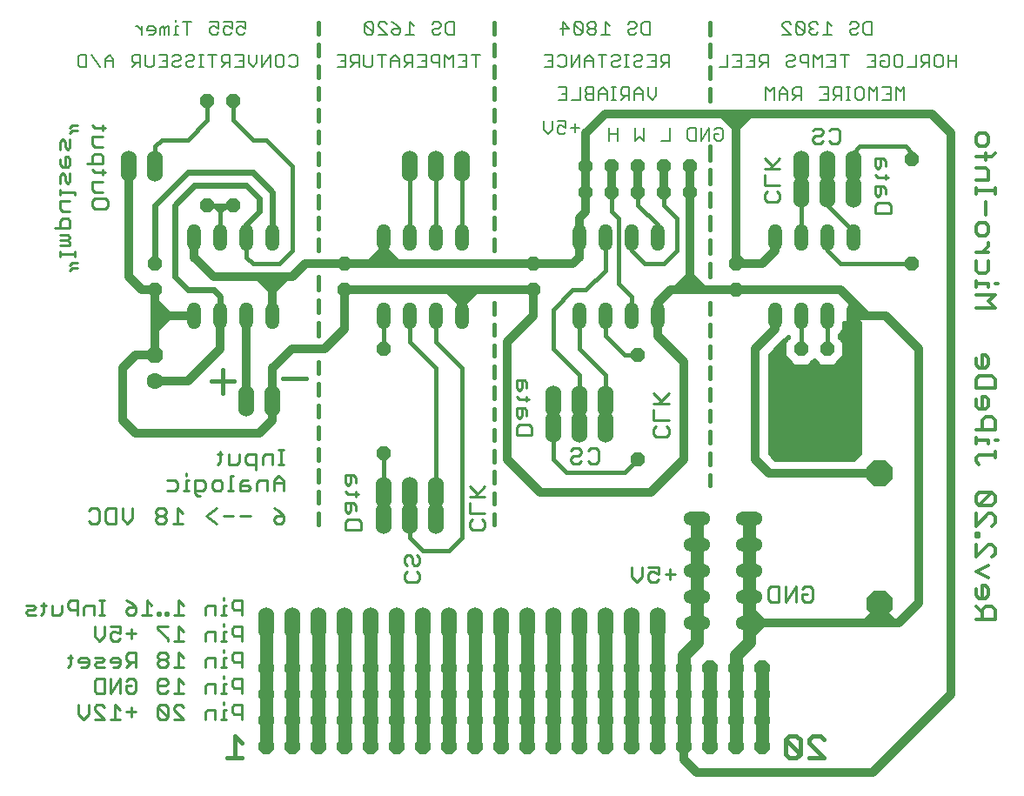
<source format=gbr>
G75*
G70*
%OFA0B0*%
%FSLAX24Y24*%
%IPPOS*%
%LPD*%
%AMOC8*
5,1,8,0,0,1.08239X$1,22.5*
%
%ADD10C,0.0150*%
%ADD11C,0.0100*%
%ADD12C,0.0130*%
%ADD13C,0.0110*%
%ADD14C,0.0180*%
%ADD15C,0.0080*%
%ADD16C,0.0070*%
%ADD17OC8,0.0600*%
%ADD18O,0.0600X0.1200*%
%ADD19OC8,0.0520*%
%ADD20OC8,0.1000*%
%ADD21C,0.0560*%
%ADD22OC8,0.0560*%
%ADD23O,0.0520X0.1040*%
%ADD24O,0.1040X0.0520*%
%ADD25OC8,0.0630*%
%ADD26C,0.0630*%
%ADD27C,0.0500*%
%ADD28C,0.0320*%
%ADD29C,0.0160*%
%ADD30C,0.0480*%
%ADD31C,0.0240*%
D10*
X008930Y003663D02*
X009497Y003663D01*
X009213Y003663D02*
X009213Y004514D01*
X009497Y004230D01*
X030305Y004372D02*
X030305Y003805D01*
X030447Y003663D01*
X030730Y003663D01*
X030872Y003805D01*
X030305Y004372D01*
X030447Y004514D01*
X030730Y004514D01*
X030872Y004372D01*
X030872Y003805D01*
X031226Y003663D02*
X031793Y003663D01*
X031226Y004230D01*
X031226Y004372D01*
X031367Y004514D01*
X031651Y004514D01*
X031793Y004372D01*
D11*
X003415Y005138D02*
X003228Y005325D01*
X003228Y005699D01*
X003602Y005699D02*
X003602Y005325D01*
X003415Y005138D01*
X003836Y005138D02*
X004209Y005138D01*
X003836Y005512D01*
X003836Y005605D01*
X003929Y005699D01*
X004116Y005699D01*
X004209Y005605D01*
X004630Y005699D02*
X004630Y005138D01*
X004817Y005138D02*
X004443Y005138D01*
X004817Y005512D02*
X004630Y005699D01*
X005051Y005419D02*
X005425Y005419D01*
X005238Y005605D02*
X005238Y005232D01*
X006267Y005232D02*
X006360Y005138D01*
X006547Y005138D01*
X006640Y005232D01*
X006267Y005605D01*
X006267Y005232D01*
X006640Y005232D02*
X006640Y005605D01*
X006547Y005699D01*
X006360Y005699D01*
X006267Y005605D01*
X006360Y006138D02*
X006267Y006232D01*
X006267Y006605D01*
X006360Y006699D01*
X006547Y006699D01*
X006640Y006605D01*
X006640Y006512D01*
X006547Y006419D01*
X006267Y006419D01*
X006360Y006138D02*
X006547Y006138D01*
X006640Y006232D01*
X006874Y006138D02*
X007248Y006138D01*
X007061Y006138D02*
X007061Y006699D01*
X007248Y006512D01*
X007248Y007138D02*
X006874Y007138D01*
X007061Y007138D02*
X007061Y007699D01*
X007248Y007512D01*
X006640Y007512D02*
X006640Y007605D01*
X006547Y007699D01*
X006360Y007699D01*
X006267Y007605D01*
X006267Y007512D01*
X006360Y007419D01*
X006547Y007419D01*
X006640Y007512D01*
X006547Y007419D02*
X006640Y007325D01*
X006640Y007232D01*
X006547Y007138D01*
X006360Y007138D01*
X006267Y007232D01*
X006267Y007325D01*
X006360Y007419D01*
X006640Y008138D02*
X006640Y008232D01*
X006267Y008605D01*
X006267Y008699D01*
X006640Y008699D01*
X007061Y008699D02*
X007061Y008138D01*
X007248Y008138D02*
X006874Y008138D01*
X007248Y008512D02*
X007061Y008699D01*
X007061Y009138D02*
X007061Y009699D01*
X007248Y009512D01*
X007248Y009138D02*
X006874Y009138D01*
X006640Y009138D02*
X006547Y009138D01*
X006547Y009232D01*
X006640Y009232D01*
X006640Y009138D01*
X006336Y009138D02*
X006243Y009138D01*
X006243Y009232D01*
X006336Y009232D01*
X006336Y009138D01*
X006032Y009138D02*
X005659Y009138D01*
X005846Y009138D02*
X005846Y009699D01*
X006032Y009512D01*
X005425Y009419D02*
X005425Y009232D01*
X005331Y009138D01*
X005145Y009138D01*
X005051Y009232D01*
X005051Y009325D01*
X005145Y009419D01*
X005425Y009419D01*
X005238Y009605D01*
X005051Y009699D01*
X004209Y009699D02*
X004023Y009699D01*
X004116Y009699D02*
X004116Y009138D01*
X004209Y009138D02*
X004023Y009138D01*
X003804Y009138D02*
X003804Y009512D01*
X003524Y009512D01*
X003431Y009419D01*
X003431Y009138D01*
X003196Y009138D02*
X003196Y009699D01*
X002916Y009699D01*
X002823Y009605D01*
X002823Y009419D01*
X002916Y009325D01*
X003196Y009325D01*
X002589Y009232D02*
X002495Y009138D01*
X002215Y009138D01*
X002215Y009512D01*
X001981Y009512D02*
X001794Y009512D01*
X001888Y009605D02*
X001888Y009232D01*
X001794Y009138D01*
X001576Y009138D02*
X001296Y009138D01*
X001202Y009232D01*
X001296Y009325D01*
X001483Y009325D01*
X001576Y009419D01*
X001483Y009512D01*
X001202Y009512D01*
X002589Y009512D02*
X002589Y009232D01*
X003836Y008699D02*
X003836Y008325D01*
X004023Y008138D01*
X004209Y008325D01*
X004209Y008699D01*
X004443Y008699D02*
X004817Y008699D01*
X004817Y008419D01*
X004630Y008512D01*
X004537Y008512D01*
X004443Y008419D01*
X004443Y008232D01*
X004537Y008138D01*
X004724Y008138D01*
X004817Y008232D01*
X005051Y008419D02*
X005425Y008419D01*
X005238Y008605D02*
X005238Y008232D01*
X005145Y007699D02*
X005051Y007605D01*
X005051Y007419D01*
X005145Y007325D01*
X005425Y007325D01*
X005425Y007138D02*
X005425Y007699D01*
X005145Y007699D01*
X005238Y007325D02*
X005051Y007138D01*
X004817Y007232D02*
X004817Y007419D01*
X004724Y007512D01*
X004537Y007512D01*
X004443Y007419D01*
X004443Y007325D01*
X004817Y007325D01*
X004817Y007232D02*
X004724Y007138D01*
X004537Y007138D01*
X004209Y007138D02*
X003929Y007138D01*
X003836Y007232D01*
X003929Y007325D01*
X004116Y007325D01*
X004209Y007419D01*
X004116Y007512D01*
X003836Y007512D01*
X003602Y007419D02*
X003508Y007512D01*
X003321Y007512D01*
X003228Y007419D01*
X003228Y007325D01*
X003602Y007325D01*
X003602Y007232D02*
X003602Y007419D01*
X003602Y007232D02*
X003508Y007138D01*
X003321Y007138D01*
X002901Y007232D02*
X002901Y007605D01*
X002994Y007512D02*
X002807Y007512D01*
X002901Y007232D02*
X002807Y007138D01*
X003836Y006605D02*
X003929Y006699D01*
X004209Y006699D01*
X004209Y006138D01*
X003929Y006138D01*
X003836Y006232D01*
X003836Y006605D01*
X004443Y006699D02*
X004443Y006138D01*
X004817Y006699D01*
X004817Y006138D01*
X005051Y006232D02*
X005051Y006419D01*
X005238Y006419D01*
X005425Y006605D02*
X005425Y006232D01*
X005331Y006138D01*
X005145Y006138D01*
X005051Y006232D01*
X005051Y006605D02*
X005145Y006699D01*
X005331Y006699D01*
X005425Y006605D01*
X006874Y005605D02*
X006968Y005699D01*
X007155Y005699D01*
X007248Y005605D01*
X006874Y005605D02*
X006874Y005512D01*
X007248Y005138D01*
X006874Y005138D01*
X008090Y005138D02*
X008090Y005419D01*
X008183Y005512D01*
X008463Y005512D01*
X008463Y005138D01*
X008682Y005138D02*
X008868Y005138D01*
X008775Y005138D02*
X008775Y005512D01*
X008868Y005512D01*
X008775Y005699D02*
X008775Y005792D01*
X008775Y006138D02*
X008775Y006512D01*
X008868Y006512D01*
X008775Y006699D02*
X008775Y006792D01*
X008775Y007138D02*
X008775Y007512D01*
X008868Y007512D01*
X008775Y007699D02*
X008775Y007792D01*
X008775Y008138D02*
X008775Y008512D01*
X008868Y008512D01*
X008775Y008699D02*
X008775Y008792D01*
X008775Y009138D02*
X008775Y009512D01*
X008868Y009512D01*
X008775Y009699D02*
X008775Y009792D01*
X009103Y009605D02*
X009103Y009419D01*
X009196Y009325D01*
X009476Y009325D01*
X009476Y009138D02*
X009476Y009699D01*
X009196Y009699D01*
X009103Y009605D01*
X008868Y009138D02*
X008682Y009138D01*
X008463Y009138D02*
X008463Y009512D01*
X008183Y009512D01*
X008090Y009419D01*
X008090Y009138D01*
X008183Y008512D02*
X008090Y008419D01*
X008090Y008138D01*
X008463Y008138D02*
X008463Y008512D01*
X008183Y008512D01*
X008682Y008138D02*
X008868Y008138D01*
X009103Y008419D02*
X009196Y008325D01*
X009476Y008325D01*
X009476Y008138D02*
X009476Y008699D01*
X009196Y008699D01*
X009103Y008605D01*
X009103Y008419D01*
X009196Y007699D02*
X009103Y007605D01*
X009103Y007419D01*
X009196Y007325D01*
X009476Y007325D01*
X009476Y007138D02*
X009476Y007699D01*
X009196Y007699D01*
X008868Y007138D02*
X008682Y007138D01*
X008463Y007138D02*
X008463Y007512D01*
X008183Y007512D01*
X008090Y007419D01*
X008090Y007138D01*
X008183Y006512D02*
X008090Y006419D01*
X008090Y006138D01*
X008463Y006138D02*
X008463Y006512D01*
X008183Y006512D01*
X008682Y006138D02*
X008868Y006138D01*
X009103Y006419D02*
X009196Y006325D01*
X009476Y006325D01*
X009476Y006138D02*
X009476Y006699D01*
X009196Y006699D01*
X009103Y006605D01*
X009103Y006419D01*
X009196Y005699D02*
X009103Y005605D01*
X009103Y005419D01*
X009196Y005325D01*
X009476Y005325D01*
X009476Y005138D02*
X009476Y005699D01*
X009196Y005699D01*
D12*
X037606Y008977D02*
X038337Y008977D01*
X038337Y009342D01*
X038215Y009464D01*
X037971Y009464D01*
X037850Y009342D01*
X037850Y008977D01*
X037850Y009220D02*
X037606Y009464D01*
X037728Y009769D02*
X037606Y009890D01*
X037606Y010134D01*
X037850Y010256D02*
X037850Y009769D01*
X037971Y009769D02*
X038093Y009890D01*
X038093Y010134D01*
X037971Y010256D01*
X037850Y010256D01*
X038093Y010561D02*
X037606Y010804D01*
X038093Y011048D01*
X038215Y011352D02*
X038337Y011474D01*
X038337Y011718D01*
X038215Y011839D01*
X038093Y011839D01*
X037606Y011352D01*
X037606Y011839D01*
X037606Y012144D02*
X037606Y012266D01*
X037728Y012266D01*
X037728Y012144D01*
X037606Y012144D01*
X037606Y012540D02*
X038093Y013027D01*
X038215Y013027D01*
X038337Y012905D01*
X038337Y012662D01*
X038215Y012540D01*
X037606Y012540D02*
X037606Y013027D01*
X037728Y013332D02*
X038215Y013819D01*
X037728Y013819D01*
X037606Y013697D01*
X037606Y013454D01*
X037728Y013332D01*
X038215Y013332D01*
X038337Y013454D01*
X038337Y013697D01*
X038215Y013819D01*
X037728Y014916D02*
X037606Y015037D01*
X037606Y015159D01*
X037728Y015281D01*
X038337Y015281D01*
X038337Y015159D02*
X038337Y015403D01*
X038093Y015708D02*
X038093Y015829D01*
X037606Y015829D01*
X037606Y015708D02*
X037606Y015951D01*
X037606Y016236D02*
X038337Y016236D01*
X038337Y016601D01*
X038215Y016723D01*
X037971Y016723D01*
X037850Y016601D01*
X037850Y016236D01*
X038337Y015829D02*
X038459Y015829D01*
X037971Y017027D02*
X038093Y017149D01*
X038093Y017393D01*
X037971Y017514D01*
X037850Y017514D01*
X037850Y017027D01*
X037971Y017027D02*
X037728Y017027D01*
X037606Y017149D01*
X037606Y017393D01*
X037606Y017819D02*
X037606Y018184D01*
X037728Y018306D01*
X038215Y018306D01*
X038337Y018184D01*
X038337Y017819D01*
X037606Y017819D01*
X037728Y018611D02*
X037606Y018733D01*
X037606Y018976D01*
X037850Y019098D02*
X037850Y018611D01*
X037971Y018611D02*
X038093Y018733D01*
X038093Y018976D01*
X037971Y019098D01*
X037850Y019098D01*
X037971Y018611D02*
X037728Y018611D01*
X037606Y020908D02*
X038337Y020908D01*
X038093Y021152D01*
X038337Y021395D01*
X037606Y021395D01*
X037606Y021700D02*
X037606Y021944D01*
X037606Y021822D02*
X038093Y021822D01*
X038093Y021700D01*
X038337Y021822D02*
X038459Y021822D01*
X037971Y022228D02*
X037728Y022228D01*
X037606Y022350D01*
X037606Y022715D01*
X037606Y023020D02*
X038093Y023020D01*
X037850Y023020D02*
X038093Y023264D01*
X038093Y023385D01*
X037971Y023680D02*
X037728Y023680D01*
X037606Y023802D01*
X037606Y024045D01*
X037728Y024167D01*
X037971Y024167D01*
X038093Y024045D01*
X038093Y023802D01*
X037971Y023680D01*
X037971Y024472D02*
X037971Y024959D01*
X037606Y025264D02*
X037606Y025507D01*
X037606Y025385D02*
X038337Y025385D01*
X038337Y025264D02*
X038337Y025507D01*
X038093Y025791D02*
X038093Y026157D01*
X037971Y026279D01*
X037606Y026279D01*
X037606Y026705D02*
X038215Y026705D01*
X038337Y026827D01*
X037971Y026827D02*
X037971Y026583D01*
X037971Y027111D02*
X037728Y027111D01*
X037606Y027233D01*
X037606Y027477D01*
X037728Y027598D01*
X037971Y027598D01*
X038093Y027477D01*
X038093Y027233D01*
X037971Y027111D01*
X038093Y025791D02*
X037606Y025791D01*
X038093Y022715D02*
X038093Y022350D01*
X037971Y022228D01*
X037971Y009769D02*
X037728Y009769D01*
D13*
X031346Y009742D02*
X031248Y009643D01*
X031051Y009643D01*
X030953Y009742D01*
X030953Y009939D01*
X031149Y009939D01*
X030953Y010135D02*
X031051Y010234D01*
X031248Y010234D01*
X031346Y010135D01*
X031346Y009742D01*
X030702Y009643D02*
X030702Y010234D01*
X030308Y009643D01*
X030308Y010234D01*
X030057Y010234D02*
X029762Y010234D01*
X029663Y010135D01*
X029663Y009742D01*
X029762Y009643D01*
X030057Y009643D01*
X030057Y010234D01*
X026096Y010689D02*
X025703Y010689D01*
X025452Y010689D02*
X025255Y010787D01*
X025156Y010787D01*
X025058Y010689D01*
X025058Y010492D01*
X025156Y010393D01*
X025353Y010393D01*
X025452Y010492D01*
X025452Y010689D02*
X025452Y010984D01*
X025058Y010984D01*
X024807Y010984D02*
X024807Y010590D01*
X024610Y010393D01*
X024413Y010590D01*
X024413Y010984D01*
X025899Y010885D02*
X025899Y010492D01*
X023037Y014943D02*
X022840Y014943D01*
X022742Y015042D01*
X022491Y015042D02*
X022392Y014943D01*
X022196Y014943D01*
X022097Y015042D01*
X022097Y015140D01*
X022196Y015239D01*
X022392Y015239D01*
X022491Y015337D01*
X022491Y015435D01*
X022392Y015534D01*
X022196Y015534D01*
X022097Y015435D01*
X022742Y015435D02*
X022840Y015534D01*
X023037Y015534D01*
X023135Y015435D01*
X023135Y015042D01*
X023037Y014943D01*
X025256Y016058D02*
X025256Y016255D01*
X025355Y016353D01*
X025256Y016604D02*
X025256Y016998D01*
X025256Y017249D02*
X025847Y017249D01*
X025551Y017347D02*
X025256Y017642D01*
X025453Y017249D02*
X025847Y017642D01*
X025847Y016604D02*
X025256Y016604D01*
X025748Y016353D02*
X025847Y016255D01*
X025847Y016058D01*
X025748Y015960D01*
X025355Y015960D01*
X025256Y016058D01*
X020597Y016030D02*
X020597Y016325D01*
X020498Y016424D01*
X020105Y016424D01*
X020006Y016325D01*
X020006Y016030D01*
X020597Y016030D01*
X020400Y016773D02*
X020400Y016970D01*
X020301Y017068D01*
X020006Y017068D01*
X020006Y016773D01*
X020105Y016674D01*
X020203Y016773D01*
X020203Y017068D01*
X020400Y017319D02*
X020400Y017516D01*
X020498Y017417D02*
X020105Y017417D01*
X020006Y017516D01*
X020105Y017749D02*
X020203Y017847D01*
X020203Y018142D01*
X020301Y018142D02*
X020006Y018142D01*
X020006Y017847D01*
X020105Y017749D01*
X020400Y017847D02*
X020400Y018044D01*
X020301Y018142D01*
X018797Y014076D02*
X018403Y013682D01*
X018501Y013781D02*
X018206Y014076D01*
X018206Y013682D02*
X018797Y013682D01*
X018206Y013431D02*
X018206Y013038D01*
X018797Y013038D01*
X018698Y012787D02*
X018797Y012689D01*
X018797Y012492D01*
X018698Y012393D01*
X018305Y012393D01*
X018206Y012492D01*
X018206Y012689D01*
X018305Y012787D01*
X016297Y011333D02*
X016297Y011136D01*
X016198Y011038D01*
X016100Y011038D01*
X016001Y011136D01*
X016001Y011333D01*
X015903Y011431D01*
X015805Y011431D01*
X015706Y011333D01*
X015706Y011136D01*
X015805Y011038D01*
X015805Y010787D02*
X015706Y010689D01*
X015706Y010492D01*
X015805Y010393D01*
X016198Y010393D01*
X016297Y010492D01*
X016297Y010689D01*
X016198Y010787D01*
X016297Y011333D02*
X016198Y011431D01*
X014047Y012393D02*
X014047Y012689D01*
X013948Y012787D01*
X013555Y012787D01*
X013456Y012689D01*
X013456Y012393D01*
X014047Y012393D01*
X013555Y013038D02*
X013653Y013136D01*
X013653Y013431D01*
X013751Y013431D02*
X013456Y013431D01*
X013456Y013136D01*
X013555Y013038D01*
X013850Y013136D02*
X013850Y013333D01*
X013751Y013431D01*
X013850Y013682D02*
X013850Y013879D01*
X013948Y013781D02*
X013555Y013781D01*
X013456Y013879D01*
X013555Y014112D02*
X013456Y014210D01*
X013456Y014506D01*
X013751Y014506D01*
X013850Y014407D01*
X013850Y014210D01*
X013653Y014210D02*
X013653Y014506D01*
X013653Y014210D02*
X013555Y014112D01*
X011096Y014189D02*
X010703Y014189D01*
X010703Y014287D02*
X010703Y013893D01*
X010452Y013893D02*
X010452Y014287D01*
X010156Y014287D01*
X010058Y014189D01*
X010058Y013893D01*
X009807Y013992D02*
X009709Y014090D01*
X009413Y014090D01*
X009413Y014189D02*
X009413Y013893D01*
X009709Y013893D01*
X009807Y013992D01*
X009709Y014287D02*
X009512Y014287D01*
X009413Y014189D01*
X009163Y014484D02*
X009064Y014484D01*
X009064Y013893D01*
X008966Y013893D02*
X009163Y013893D01*
X008733Y013992D02*
X008733Y014189D01*
X008635Y014287D01*
X008438Y014287D01*
X008339Y014189D01*
X008339Y013992D01*
X008438Y013893D01*
X008635Y013893D01*
X008733Y013992D01*
X008088Y013992D02*
X007990Y013893D01*
X007695Y013893D01*
X007695Y013795D02*
X007695Y014287D01*
X007990Y014287D01*
X008088Y014189D01*
X008088Y013992D01*
X007892Y013696D02*
X007793Y013696D01*
X007695Y013795D01*
X007444Y013893D02*
X007247Y013893D01*
X007345Y013893D02*
X007345Y014287D01*
X007444Y014287D01*
X007345Y014484D02*
X007345Y014582D01*
X007014Y014189D02*
X007014Y013992D01*
X006916Y013893D01*
X006621Y013893D01*
X006621Y014287D02*
X006916Y014287D01*
X007014Y014189D01*
X007032Y013234D02*
X007032Y012643D01*
X007229Y012643D02*
X006835Y012643D01*
X006584Y012742D02*
X006584Y012840D01*
X006486Y012939D01*
X006289Y012939D01*
X006191Y012840D01*
X006191Y012742D01*
X006289Y012643D01*
X006486Y012643D01*
X006584Y012742D01*
X006486Y012939D02*
X006584Y013037D01*
X006584Y013135D01*
X006486Y013234D01*
X006289Y013234D01*
X006191Y013135D01*
X006191Y013037D01*
X006289Y012939D01*
X007032Y013234D02*
X007229Y013037D01*
X008124Y012939D02*
X008518Y012643D01*
X008769Y012939D02*
X009163Y012939D01*
X009413Y012939D02*
X009807Y012939D01*
X010703Y012840D02*
X010703Y012742D01*
X010801Y012643D01*
X010998Y012643D01*
X011096Y012742D01*
X011096Y012939D01*
X010801Y012939D01*
X010703Y012840D01*
X010899Y013135D02*
X010703Y013234D01*
X010899Y013135D02*
X011096Y012939D01*
X011096Y013893D02*
X011096Y014287D01*
X010899Y014484D01*
X010703Y014287D01*
X010022Y014696D02*
X010022Y015287D01*
X009727Y015287D01*
X009628Y015189D01*
X009628Y014992D01*
X009727Y014893D01*
X010022Y014893D01*
X010273Y014893D02*
X010273Y015189D01*
X010371Y015287D01*
X010666Y015287D01*
X010666Y014893D01*
X010899Y014893D02*
X011096Y014893D01*
X010998Y014893D02*
X010998Y015484D01*
X011096Y015484D02*
X010899Y015484D01*
X009377Y015287D02*
X009377Y014992D01*
X009279Y014893D01*
X008984Y014893D01*
X008984Y015287D01*
X008733Y015287D02*
X008536Y015287D01*
X008635Y015385D02*
X008635Y014992D01*
X008536Y014893D01*
X008518Y013234D02*
X008124Y012939D01*
X005295Y012840D02*
X005099Y012643D01*
X004902Y012840D01*
X004902Y013234D01*
X004651Y013234D02*
X004356Y013234D01*
X004257Y013135D01*
X004257Y012742D01*
X004356Y012643D01*
X004651Y012643D01*
X004651Y013234D01*
X004006Y013135D02*
X004006Y012742D01*
X003908Y012643D01*
X003711Y012643D01*
X003613Y012742D01*
X003613Y013135D02*
X003711Y013234D01*
X003908Y013234D01*
X004006Y013135D01*
X005295Y013234D02*
X005295Y012840D01*
X002900Y022342D02*
X002998Y022441D01*
X003195Y022441D01*
X003195Y022638D02*
X002998Y022638D01*
X002900Y022539D01*
X003097Y022879D02*
X003097Y023076D01*
X003097Y022978D02*
X002506Y022978D01*
X002506Y023076D02*
X002506Y022879D01*
X002506Y023309D02*
X002900Y023309D01*
X002900Y023407D01*
X002801Y023506D01*
X002900Y023604D01*
X002801Y023703D01*
X002506Y023703D01*
X002506Y023506D02*
X002801Y023506D01*
X002900Y023954D02*
X002309Y023954D01*
X002506Y023954D02*
X002506Y024249D01*
X002605Y024347D01*
X002801Y024347D01*
X002900Y024249D01*
X002900Y023954D01*
X002900Y024598D02*
X002605Y024598D01*
X002506Y024697D01*
X002506Y024992D01*
X002900Y024992D01*
X003097Y025243D02*
X003097Y025341D01*
X002506Y025341D01*
X002506Y025243D02*
X002506Y025439D01*
X002506Y025672D02*
X002506Y025968D01*
X002605Y026066D01*
X002703Y025968D01*
X002703Y025771D01*
X002801Y025672D01*
X002900Y025771D01*
X002900Y026066D01*
X002801Y026317D02*
X002605Y026317D01*
X002506Y026415D01*
X002506Y026612D01*
X002703Y026711D02*
X002703Y026317D01*
X002801Y026317D02*
X002900Y026415D01*
X002900Y026612D01*
X002801Y026711D01*
X002703Y026711D01*
X002801Y026961D02*
X002703Y027060D01*
X002703Y027257D01*
X002605Y027355D01*
X002506Y027257D01*
X002506Y026961D01*
X002801Y026961D02*
X002900Y027060D01*
X002900Y027355D01*
X002900Y027606D02*
X002998Y027704D01*
X003195Y027704D01*
X003195Y027901D02*
X002998Y027901D01*
X002900Y027803D01*
X003756Y027910D02*
X003855Y027812D01*
X004248Y027812D01*
X004150Y027910D02*
X004150Y027713D01*
X004150Y027463D02*
X003756Y027463D01*
X003756Y027167D01*
X003855Y027069D01*
X004150Y027069D01*
X004051Y026818D02*
X003855Y026818D01*
X003756Y026720D01*
X003756Y026424D01*
X003559Y026424D02*
X004150Y026424D01*
X004150Y026720D01*
X004051Y026818D01*
X004150Y026192D02*
X004150Y025995D01*
X004248Y026093D02*
X003855Y026093D01*
X003756Y026192D01*
X003756Y025744D02*
X004150Y025744D01*
X003756Y025744D02*
X003756Y025449D01*
X003855Y025350D01*
X004150Y025350D01*
X004248Y025099D02*
X003855Y025099D01*
X003756Y025001D01*
X003756Y024804D01*
X003855Y024706D01*
X004248Y024706D01*
X004347Y024804D01*
X004347Y025001D01*
X004248Y025099D01*
X029506Y025058D02*
X029506Y025255D01*
X029605Y025353D01*
X029506Y025604D02*
X029506Y025998D01*
X029506Y026249D02*
X030097Y026249D01*
X029801Y026347D02*
X029506Y026642D01*
X029703Y026249D02*
X030097Y026642D01*
X030097Y025604D02*
X029506Y025604D01*
X029998Y025353D02*
X030097Y025255D01*
X030097Y025058D01*
X029998Y024960D01*
X029605Y024960D01*
X029506Y025058D01*
X031446Y027193D02*
X031642Y027193D01*
X031741Y027292D01*
X031642Y027489D02*
X031446Y027489D01*
X031347Y027390D01*
X031347Y027292D01*
X031446Y027193D01*
X031642Y027489D02*
X031741Y027587D01*
X031741Y027685D01*
X031642Y027784D01*
X031446Y027784D01*
X031347Y027685D01*
X031992Y027685D02*
X032090Y027784D01*
X032287Y027784D01*
X032385Y027685D01*
X032385Y027292D01*
X032287Y027193D01*
X032090Y027193D01*
X031992Y027292D01*
X033756Y026642D02*
X033756Y026347D01*
X033855Y026249D01*
X033953Y026347D01*
X033953Y026642D01*
X034051Y026642D02*
X033756Y026642D01*
X034051Y026642D02*
X034150Y026544D01*
X034150Y026347D01*
X034150Y026016D02*
X034150Y025819D01*
X034248Y025917D02*
X033855Y025917D01*
X033756Y026016D01*
X033756Y025568D02*
X033756Y025273D01*
X033855Y025174D01*
X033953Y025273D01*
X033953Y025568D01*
X034051Y025568D02*
X033756Y025568D01*
X034051Y025568D02*
X034150Y025470D01*
X034150Y025273D01*
X034248Y024924D02*
X033855Y024924D01*
X033756Y024825D01*
X033756Y024530D01*
X034347Y024530D01*
X034347Y024825D01*
X034248Y024924D01*
D14*
X011942Y018208D02*
X011062Y018208D01*
X009192Y018089D02*
X008312Y018089D01*
X008752Y018529D02*
X008752Y017648D01*
D15*
X021603Y028878D02*
X021924Y028878D01*
X021924Y029359D01*
X021603Y029359D01*
X021764Y029118D02*
X021924Y029118D01*
X022119Y028878D02*
X022439Y028878D01*
X022439Y029359D01*
X022635Y029279D02*
X022635Y029199D01*
X022715Y029118D01*
X022955Y029118D01*
X023150Y029118D02*
X023471Y029118D01*
X023471Y029199D02*
X023310Y029359D01*
X023150Y029199D01*
X023150Y028878D01*
X022955Y028878D02*
X022715Y028878D01*
X022635Y028958D01*
X022635Y029038D01*
X022715Y029118D01*
X022635Y029279D02*
X022715Y029359D01*
X022955Y029359D01*
X022955Y028878D01*
X023471Y028878D02*
X023471Y029199D01*
X023654Y029359D02*
X023814Y029359D01*
X023734Y029359D02*
X023734Y028878D01*
X023814Y028878D02*
X023654Y028878D01*
X024010Y028878D02*
X024170Y029038D01*
X024090Y029038D02*
X024330Y029038D01*
X024330Y028878D02*
X024330Y029359D01*
X024090Y029359D01*
X024010Y029279D01*
X024010Y029118D01*
X024090Y029038D01*
X024525Y029118D02*
X024846Y029118D01*
X024846Y029199D02*
X024685Y029359D01*
X024525Y029199D01*
X024525Y028878D01*
X024846Y028878D02*
X024846Y029199D01*
X025041Y029038D02*
X025041Y029359D01*
X025361Y029359D02*
X025361Y029038D01*
X025201Y028878D01*
X025041Y029038D01*
X025025Y030128D02*
X025346Y030128D01*
X025346Y030609D01*
X025025Y030609D01*
X024830Y030529D02*
X024830Y030449D01*
X024750Y030368D01*
X024590Y030368D01*
X024510Y030288D01*
X024510Y030208D01*
X024590Y030128D01*
X024750Y030128D01*
X024830Y030208D01*
X024830Y030529D02*
X024750Y030609D01*
X024590Y030609D01*
X024510Y030529D01*
X024314Y030609D02*
X024154Y030609D01*
X024234Y030609D02*
X024234Y030128D01*
X024314Y030128D02*
X024154Y030128D01*
X023971Y030208D02*
X023891Y030128D01*
X023730Y030128D01*
X023650Y030208D01*
X023650Y030288D01*
X023730Y030368D01*
X023891Y030368D01*
X023971Y030449D01*
X023971Y030529D01*
X023891Y030609D01*
X023730Y030609D01*
X023650Y030529D01*
X023455Y030609D02*
X023135Y030609D01*
X023295Y030609D02*
X023295Y030128D01*
X022939Y030128D02*
X022939Y030449D01*
X022779Y030609D01*
X022619Y030449D01*
X022619Y030128D01*
X022424Y030128D02*
X022424Y030609D01*
X022103Y030128D01*
X022103Y030609D01*
X021908Y030529D02*
X021828Y030609D01*
X021668Y030609D01*
X021588Y030529D01*
X021392Y030609D02*
X021392Y030128D01*
X021072Y030128D01*
X021232Y030368D02*
X021392Y030368D01*
X021392Y030609D02*
X021072Y030609D01*
X021588Y030208D02*
X021668Y030128D01*
X021828Y030128D01*
X021908Y030208D01*
X021908Y030529D01*
X022619Y030368D02*
X022939Y030368D01*
X025185Y030368D02*
X025346Y030368D01*
X025541Y030368D02*
X025621Y030288D01*
X025861Y030288D01*
X025861Y030128D02*
X025861Y030609D01*
X025621Y030609D01*
X025541Y030529D01*
X025541Y030368D01*
X025701Y030288D02*
X025541Y030128D01*
X027775Y030128D02*
X028095Y030128D01*
X028095Y030609D01*
X028291Y030609D02*
X028611Y030609D01*
X028611Y030128D01*
X028291Y030128D01*
X028451Y030368D02*
X028611Y030368D01*
X028806Y030128D02*
X029127Y030128D01*
X029127Y030609D01*
X028806Y030609D01*
X028967Y030368D02*
X029127Y030368D01*
X029322Y030368D02*
X029402Y030288D01*
X029642Y030288D01*
X029642Y030128D02*
X029642Y030609D01*
X029402Y030609D01*
X029322Y030529D01*
X029322Y030368D01*
X029482Y030288D02*
X029322Y030128D01*
X029557Y029359D02*
X029557Y028878D01*
X029877Y028878D02*
X029877Y029359D01*
X029717Y029199D01*
X029557Y029359D01*
X030072Y029199D02*
X030072Y028878D01*
X030072Y029118D02*
X030392Y029118D01*
X030392Y029199D02*
X030232Y029359D01*
X030072Y029199D01*
X030392Y029199D02*
X030392Y028878D01*
X030588Y028878D02*
X030748Y029038D01*
X030668Y029038D02*
X030908Y029038D01*
X030908Y028878D02*
X030908Y029359D01*
X030668Y029359D01*
X030588Y029279D01*
X030588Y029118D01*
X030668Y029038D01*
X031619Y028878D02*
X031939Y028878D01*
X031939Y029359D01*
X031619Y029359D01*
X031779Y029118D02*
X031939Y029118D01*
X032135Y029118D02*
X032215Y029038D01*
X032455Y029038D01*
X032455Y028878D02*
X032455Y029359D01*
X032215Y029359D01*
X032135Y029279D01*
X032135Y029118D01*
X032295Y029038D02*
X032135Y028878D01*
X032639Y028878D02*
X032799Y028878D01*
X032719Y028878D02*
X032719Y029359D01*
X032799Y029359D02*
X032639Y029359D01*
X032994Y029279D02*
X032994Y028958D01*
X033074Y028878D01*
X033234Y028878D01*
X033314Y028958D01*
X033314Y029279D01*
X033234Y029359D01*
X033074Y029359D01*
X032994Y029279D01*
X033510Y029359D02*
X033670Y029199D01*
X033830Y029359D01*
X033830Y028878D01*
X034025Y028878D02*
X034346Y028878D01*
X034346Y029359D01*
X034025Y029359D01*
X034185Y029118D02*
X034346Y029118D01*
X034541Y028878D02*
X034541Y029359D01*
X034701Y029199D01*
X034861Y029359D01*
X034861Y028878D01*
X033510Y028878D02*
X033510Y029359D01*
X033447Y030128D02*
X033767Y030128D01*
X033767Y030609D01*
X033447Y030609D01*
X033607Y030368D02*
X033767Y030368D01*
X033963Y030368D02*
X034123Y030368D01*
X033963Y030368D02*
X033963Y030208D01*
X034043Y030128D01*
X034203Y030128D01*
X034283Y030208D01*
X034283Y030529D01*
X034203Y030609D01*
X034043Y030609D01*
X033963Y030529D01*
X034478Y030529D02*
X034478Y030208D01*
X034558Y030128D01*
X034719Y030128D01*
X034799Y030208D01*
X034799Y030529D01*
X034719Y030609D01*
X034558Y030609D01*
X034478Y030529D01*
X034994Y030128D02*
X035314Y030128D01*
X035314Y030609D01*
X035510Y030529D02*
X035590Y030609D01*
X035830Y030609D01*
X035830Y030128D01*
X035830Y030288D02*
X035590Y030288D01*
X035510Y030368D01*
X035510Y030529D01*
X035670Y030288D02*
X035510Y030128D01*
X036025Y030208D02*
X036025Y030529D01*
X036105Y030609D01*
X036266Y030609D01*
X036346Y030529D01*
X036346Y030208D01*
X036266Y030128D01*
X036105Y030128D01*
X036025Y030208D01*
X036541Y030128D02*
X036541Y030609D01*
X036541Y030368D02*
X036861Y030368D01*
X036861Y030128D02*
X036861Y030609D01*
X032736Y030609D02*
X032416Y030609D01*
X032576Y030609D02*
X032576Y030128D01*
X032221Y030128D02*
X031900Y030128D01*
X031705Y030128D02*
X031705Y030609D01*
X031545Y030449D01*
X031385Y030609D01*
X031385Y030128D01*
X031189Y030128D02*
X031189Y030609D01*
X030949Y030609D01*
X030869Y030529D01*
X030869Y030368D01*
X030949Y030288D01*
X031189Y030288D01*
X030674Y030208D02*
X030594Y030128D01*
X030433Y030128D01*
X030353Y030208D01*
X030353Y030288D01*
X030433Y030368D01*
X030594Y030368D01*
X030674Y030449D01*
X030674Y030529D01*
X030594Y030609D01*
X030433Y030609D01*
X030353Y030529D01*
X031900Y030609D02*
X032221Y030609D01*
X032221Y030128D01*
X032221Y030368D02*
X032060Y030368D01*
X018611Y030609D02*
X018291Y030609D01*
X018451Y030609D02*
X018451Y030128D01*
X018096Y030128D02*
X017775Y030128D01*
X017580Y030128D02*
X017580Y030609D01*
X017420Y030449D01*
X017260Y030609D01*
X017260Y030128D01*
X017064Y030128D02*
X017064Y030609D01*
X016824Y030609D01*
X016744Y030529D01*
X016744Y030368D01*
X016824Y030288D01*
X017064Y030288D01*
X017775Y030609D02*
X018096Y030609D01*
X018096Y030128D01*
X018096Y030368D02*
X017935Y030368D01*
X016549Y030368D02*
X016389Y030368D01*
X016549Y030128D02*
X016228Y030128D01*
X016033Y030128D02*
X016033Y030609D01*
X015793Y030609D01*
X015713Y030529D01*
X015713Y030368D01*
X015793Y030288D01*
X016033Y030288D01*
X015873Y030288D02*
X015713Y030128D01*
X015517Y030128D02*
X015517Y030449D01*
X015357Y030609D01*
X015197Y030449D01*
X015197Y030128D01*
X015197Y030368D02*
X015517Y030368D01*
X016228Y030609D02*
X016549Y030609D01*
X016549Y030128D01*
X015002Y030609D02*
X014682Y030609D01*
X014842Y030609D02*
X014842Y030128D01*
X014486Y030208D02*
X014406Y030128D01*
X014246Y030128D01*
X014166Y030208D01*
X014166Y030609D01*
X013971Y030609D02*
X013730Y030609D01*
X013650Y030529D01*
X013650Y030368D01*
X013730Y030288D01*
X013971Y030288D01*
X013971Y030128D02*
X013971Y030609D01*
X013810Y030288D02*
X013650Y030128D01*
X013455Y030128D02*
X013135Y030128D01*
X013295Y030368D02*
X013455Y030368D01*
X013455Y030128D02*
X013455Y030609D01*
X013135Y030609D01*
X014486Y030609D02*
X014486Y030208D01*
X011611Y030208D02*
X011531Y030128D01*
X011371Y030128D01*
X011291Y030208D01*
X011096Y030208D02*
X011096Y030529D01*
X011016Y030609D01*
X010855Y030609D01*
X010775Y030529D01*
X010775Y030208D01*
X010855Y030128D01*
X011016Y030128D01*
X011096Y030208D01*
X011291Y030529D02*
X011371Y030609D01*
X011531Y030609D01*
X011611Y030529D01*
X011611Y030208D01*
X010580Y030128D02*
X010580Y030609D01*
X010260Y030128D01*
X010260Y030609D01*
X010064Y030609D02*
X010064Y030288D01*
X009904Y030128D01*
X009744Y030288D01*
X009744Y030609D01*
X009549Y030609D02*
X009549Y030128D01*
X009228Y030128D01*
X009033Y030128D02*
X009033Y030609D01*
X008793Y030609D01*
X008713Y030529D01*
X008713Y030368D01*
X008793Y030288D01*
X009033Y030288D01*
X008873Y030288D02*
X008713Y030128D01*
X008357Y030128D02*
X008357Y030609D01*
X008517Y030609D02*
X008197Y030609D01*
X008002Y030609D02*
X007842Y030609D01*
X007922Y030609D02*
X007922Y030128D01*
X008002Y030128D02*
X007842Y030128D01*
X007658Y030208D02*
X007578Y030128D01*
X007418Y030128D01*
X007338Y030208D01*
X007338Y030288D01*
X007418Y030368D01*
X007578Y030368D01*
X007658Y030449D01*
X007658Y030529D01*
X007578Y030609D01*
X007418Y030609D01*
X007338Y030529D01*
X007142Y030529D02*
X007142Y030449D01*
X007062Y030368D01*
X006902Y030368D01*
X006822Y030288D01*
X006822Y030208D01*
X006902Y030128D01*
X007062Y030128D01*
X007142Y030208D01*
X007142Y030529D02*
X007062Y030609D01*
X006902Y030609D01*
X006822Y030529D01*
X006627Y030609D02*
X006627Y030128D01*
X006307Y030128D01*
X006111Y030208D02*
X006031Y030128D01*
X005871Y030128D01*
X005791Y030208D01*
X005791Y030609D01*
X005596Y030609D02*
X005355Y030609D01*
X005275Y030529D01*
X005275Y030368D01*
X005355Y030288D01*
X005596Y030288D01*
X005596Y030128D02*
X005596Y030609D01*
X005435Y030288D02*
X005275Y030128D01*
X004564Y030128D02*
X004564Y030449D01*
X004404Y030609D01*
X004244Y030449D01*
X004244Y030128D01*
X004049Y030128D02*
X003728Y030609D01*
X003533Y030609D02*
X003293Y030609D01*
X003213Y030529D01*
X003213Y030208D01*
X003293Y030128D01*
X003533Y030128D01*
X003533Y030609D01*
X004244Y030368D02*
X004564Y030368D01*
X006111Y030208D02*
X006111Y030609D01*
X006307Y030609D02*
X006627Y030609D01*
X006627Y030368D02*
X006467Y030368D01*
X009228Y030609D02*
X009549Y030609D01*
X009549Y030368D02*
X009389Y030368D01*
D16*
X009371Y031373D02*
X009534Y031373D01*
X009616Y031455D01*
X009616Y031618D02*
X009453Y031700D01*
X009371Y031700D01*
X009289Y031618D01*
X009289Y031455D01*
X009371Y031373D01*
X009101Y031455D02*
X009019Y031373D01*
X008855Y031373D01*
X008774Y031455D01*
X008774Y031618D01*
X008855Y031700D01*
X008937Y031700D01*
X009101Y031618D01*
X009101Y031864D01*
X008774Y031864D01*
X008585Y031864D02*
X008585Y031618D01*
X008421Y031700D01*
X008340Y031700D01*
X008258Y031618D01*
X008258Y031455D01*
X008340Y031373D01*
X008503Y031373D01*
X008585Y031455D01*
X008585Y031864D02*
X008258Y031864D01*
X007554Y031864D02*
X007227Y031864D01*
X007390Y031864D02*
X007390Y031373D01*
X007038Y031373D02*
X006875Y031373D01*
X006956Y031373D02*
X006956Y031700D01*
X007038Y031700D01*
X006956Y031864D02*
X006956Y031945D01*
X006694Y031700D02*
X006613Y031700D01*
X006531Y031618D01*
X006449Y031700D01*
X006367Y031618D01*
X006367Y031373D01*
X006531Y031373D02*
X006531Y031618D01*
X006694Y031700D02*
X006694Y031373D01*
X006179Y031455D02*
X006179Y031618D01*
X006097Y031700D01*
X005933Y031700D01*
X005852Y031618D01*
X005852Y031537D01*
X006179Y031537D01*
X006179Y031455D02*
X006097Y031373D01*
X005933Y031373D01*
X005663Y031373D02*
X005663Y031700D01*
X005663Y031537D02*
X005500Y031700D01*
X005418Y031700D01*
X009289Y031864D02*
X009616Y031864D01*
X009616Y031618D01*
X014195Y031455D02*
X014277Y031373D01*
X014441Y031373D01*
X014522Y031455D01*
X014195Y031782D01*
X014195Y031455D01*
X014195Y031782D02*
X014277Y031864D01*
X014441Y031864D01*
X014522Y031782D01*
X014522Y031455D01*
X014711Y031373D02*
X015038Y031373D01*
X014711Y031700D01*
X014711Y031782D01*
X014793Y031864D01*
X014956Y031864D01*
X015038Y031782D01*
X015227Y031864D02*
X015390Y031782D01*
X015554Y031618D01*
X015308Y031618D01*
X015227Y031537D01*
X015227Y031455D01*
X015308Y031373D01*
X015472Y031373D01*
X015554Y031455D01*
X015554Y031618D01*
X015742Y031373D02*
X016069Y031373D01*
X015906Y031373D02*
X015906Y031864D01*
X016069Y031700D01*
X016774Y031782D02*
X016855Y031864D01*
X017019Y031864D01*
X017101Y031782D01*
X017101Y031700D01*
X017019Y031618D01*
X016855Y031618D01*
X016774Y031537D01*
X016774Y031455D01*
X016855Y031373D01*
X017019Y031373D01*
X017101Y031455D01*
X017289Y031455D02*
X017289Y031782D01*
X017371Y031864D01*
X017616Y031864D01*
X017616Y031373D01*
X017371Y031373D01*
X017289Y031455D01*
X021055Y028054D02*
X021055Y027727D01*
X021218Y027563D01*
X021382Y027727D01*
X021382Y028054D01*
X021571Y028054D02*
X021897Y028054D01*
X021897Y027808D01*
X021734Y027890D01*
X021652Y027890D01*
X021571Y027808D01*
X021571Y027645D01*
X021652Y027563D01*
X021816Y027563D01*
X021897Y027645D01*
X022086Y027808D02*
X022413Y027808D01*
X022250Y027645D02*
X022250Y027972D01*
X023555Y027804D02*
X023555Y027313D01*
X023555Y027558D02*
X023882Y027558D01*
X023882Y027313D02*
X023882Y027804D01*
X024555Y027804D02*
X024555Y027313D01*
X024718Y027477D01*
X024882Y027313D01*
X024882Y027804D01*
X025555Y027313D02*
X025882Y027313D01*
X025882Y027804D01*
X026555Y027722D02*
X026555Y027395D01*
X026637Y027313D01*
X026882Y027313D01*
X026882Y027804D01*
X026637Y027804D01*
X026555Y027722D01*
X027071Y027804D02*
X027071Y027313D01*
X027397Y027804D01*
X027397Y027313D01*
X027586Y027395D02*
X027586Y027558D01*
X027750Y027558D01*
X027913Y027395D02*
X027831Y027313D01*
X027668Y027313D01*
X027586Y027395D01*
X027586Y027722D02*
X027668Y027804D01*
X027831Y027804D01*
X027913Y027722D01*
X027913Y027395D01*
X030195Y031373D02*
X030522Y031373D01*
X030195Y031700D01*
X030195Y031782D01*
X030277Y031864D01*
X030441Y031864D01*
X030522Y031782D01*
X030711Y031782D02*
X030711Y031455D01*
X030793Y031373D01*
X030956Y031373D01*
X031038Y031455D01*
X030711Y031782D01*
X030793Y031864D01*
X030956Y031864D01*
X031038Y031782D01*
X031038Y031455D01*
X031227Y031455D02*
X031308Y031373D01*
X031472Y031373D01*
X031554Y031455D01*
X031742Y031373D02*
X032069Y031373D01*
X031906Y031373D02*
X031906Y031864D01*
X032069Y031700D01*
X031554Y031782D02*
X031472Y031864D01*
X031308Y031864D01*
X031227Y031782D01*
X031227Y031700D01*
X031308Y031618D01*
X031227Y031537D01*
X031227Y031455D01*
X031308Y031618D02*
X031390Y031618D01*
X032774Y031537D02*
X032774Y031455D01*
X032855Y031373D01*
X033019Y031373D01*
X033101Y031455D01*
X033019Y031618D02*
X032855Y031618D01*
X032774Y031537D01*
X032774Y031782D02*
X032855Y031864D01*
X033019Y031864D01*
X033101Y031782D01*
X033101Y031700D01*
X033019Y031618D01*
X033289Y031455D02*
X033289Y031782D01*
X033371Y031864D01*
X033616Y031864D01*
X033616Y031373D01*
X033371Y031373D01*
X033289Y031455D01*
X025116Y031373D02*
X024871Y031373D01*
X024789Y031455D01*
X024789Y031782D01*
X024871Y031864D01*
X025116Y031864D01*
X025116Y031373D01*
X024601Y031455D02*
X024519Y031373D01*
X024355Y031373D01*
X024274Y031455D01*
X024274Y031537D01*
X024355Y031618D01*
X024519Y031618D01*
X024601Y031700D01*
X024601Y031782D01*
X024519Y031864D01*
X024355Y031864D01*
X024274Y031782D01*
X023569Y031700D02*
X023406Y031864D01*
X023406Y031373D01*
X023569Y031373D02*
X023242Y031373D01*
X023054Y031455D02*
X023054Y031537D01*
X022972Y031618D01*
X022808Y031618D01*
X022727Y031537D01*
X022727Y031455D01*
X022808Y031373D01*
X022972Y031373D01*
X023054Y031455D01*
X022972Y031618D02*
X023054Y031700D01*
X023054Y031782D01*
X022972Y031864D01*
X022808Y031864D01*
X022727Y031782D01*
X022727Y031700D01*
X022808Y031618D01*
X022538Y031455D02*
X022211Y031782D01*
X022211Y031455D01*
X022293Y031373D01*
X022456Y031373D01*
X022538Y031455D01*
X022538Y031782D01*
X022456Y031864D01*
X022293Y031864D01*
X022211Y031782D01*
X022022Y031618D02*
X021695Y031618D01*
X021777Y031373D02*
X021777Y031864D01*
X022022Y031618D01*
D17*
X022401Y007088D03*
X023401Y007088D03*
X023401Y006088D03*
X022401Y006088D03*
X022401Y005088D03*
X023401Y005088D03*
X023401Y004088D03*
X022401Y004088D03*
X021401Y004088D03*
X020401Y004088D03*
X019401Y004088D03*
X018401Y004088D03*
X017401Y004088D03*
X016401Y004088D03*
X015401Y004088D03*
X014401Y004088D03*
X013401Y004088D03*
X012401Y004088D03*
X011401Y004088D03*
X010401Y004088D03*
X010401Y005088D03*
X011401Y005088D03*
X012401Y005088D03*
X013401Y005088D03*
X014401Y005088D03*
X015401Y005088D03*
X016401Y005088D03*
X017401Y005088D03*
X018401Y005088D03*
X019401Y005088D03*
X020401Y005088D03*
X021401Y005088D03*
X021401Y006088D03*
X020401Y006088D03*
X019401Y006088D03*
X018401Y006088D03*
X017401Y006088D03*
X016401Y006088D03*
X015401Y006088D03*
X014401Y006088D03*
X013401Y006088D03*
X012401Y006088D03*
X011401Y006088D03*
X010401Y006088D03*
X010401Y007088D03*
X011401Y007088D03*
X012401Y007088D03*
X013401Y007088D03*
X014401Y007088D03*
X015401Y007088D03*
X016401Y007088D03*
X017401Y007088D03*
X018401Y007088D03*
X019401Y007088D03*
X020401Y007088D03*
X021401Y007088D03*
X024401Y007088D03*
X024401Y006088D03*
X024401Y005088D03*
X024401Y004088D03*
X025401Y004088D03*
X026401Y004088D03*
X027401Y004088D03*
X028401Y004088D03*
X029401Y004088D03*
X029401Y005088D03*
X028401Y005088D03*
X027401Y005088D03*
X026401Y005088D03*
X025401Y005088D03*
X025401Y006088D03*
X026401Y006088D03*
X027401Y006088D03*
X028401Y006088D03*
X029401Y006088D03*
X029401Y007088D03*
X028401Y007088D03*
X027401Y007088D03*
X026401Y007088D03*
X025401Y007088D03*
D18*
X025401Y008838D03*
X024401Y008838D03*
X023401Y008838D03*
X022401Y008838D03*
X021401Y008838D03*
X020401Y008838D03*
X019401Y008838D03*
X018401Y008838D03*
X017401Y008838D03*
X016401Y008838D03*
X015401Y008838D03*
X014401Y008838D03*
X013401Y008838D03*
X012401Y008838D03*
X011401Y008838D03*
X010401Y008838D03*
X014901Y012838D03*
X015901Y012838D03*
X016901Y012838D03*
X016901Y013838D03*
X015901Y013838D03*
X014901Y013838D03*
X010651Y017338D03*
X009651Y017338D03*
X006151Y026338D03*
X005151Y026338D03*
X015901Y026338D03*
X016901Y026338D03*
X017901Y026338D03*
X021401Y017338D03*
X021401Y016338D03*
X022401Y016338D03*
X023401Y016338D03*
X023401Y017338D03*
X022401Y017338D03*
X030901Y025338D03*
X031901Y025338D03*
X032901Y025338D03*
X032901Y026338D03*
X031901Y026338D03*
X030901Y026338D03*
D19*
X035151Y026588D03*
X035151Y022588D03*
X031901Y019338D03*
X030901Y019338D03*
X028401Y021588D03*
X028401Y022588D03*
X024651Y019088D03*
X020651Y021588D03*
X020651Y022588D03*
X014901Y019338D03*
X013401Y021588D03*
X013401Y022588D03*
X009151Y024838D03*
X008151Y024838D03*
X006151Y022588D03*
X006151Y021588D03*
X008151Y028838D03*
X009151Y028838D03*
X014901Y015338D03*
X024651Y015088D03*
D20*
X033933Y014553D03*
X033933Y009553D03*
D21*
X026651Y025338D03*
D22*
X025651Y025338D03*
X024651Y025338D03*
X023651Y025338D03*
X022651Y025338D03*
X022651Y026338D03*
X023651Y026338D03*
X024651Y026338D03*
X025651Y026338D03*
X026651Y026338D03*
D23*
X025401Y023588D03*
X024401Y023588D03*
X023401Y023588D03*
X022401Y023588D03*
X022401Y020588D03*
X023401Y020588D03*
X024401Y020588D03*
X025401Y020588D03*
X029901Y020588D03*
X030901Y020588D03*
X031901Y020588D03*
X032901Y020588D03*
X032901Y023588D03*
X031901Y023588D03*
X030901Y023588D03*
X029901Y023588D03*
X017901Y023588D03*
X016901Y023588D03*
X015901Y023588D03*
X014901Y023588D03*
X014901Y020588D03*
X015901Y020588D03*
X016901Y020588D03*
X017901Y020588D03*
X010651Y020588D03*
X009651Y020588D03*
X008651Y020588D03*
X007651Y020588D03*
X007651Y023588D03*
X008651Y023588D03*
X009651Y023588D03*
X010651Y023588D03*
D24*
X026901Y012838D03*
X026901Y011838D03*
X026901Y010838D03*
X026901Y009838D03*
X026901Y008838D03*
X028901Y008838D03*
X028901Y009838D03*
X028901Y010838D03*
X028901Y011838D03*
X028901Y012838D03*
D25*
X006151Y019088D03*
D26*
X006151Y018088D03*
D27*
X010401Y008838D02*
X010401Y007088D01*
X010401Y006088D01*
X010401Y005088D01*
X010401Y004088D01*
X011401Y004088D02*
X011401Y005088D01*
X011401Y006088D01*
X011401Y007088D01*
X011401Y008838D01*
X012401Y008838D02*
X012401Y007088D01*
X012401Y006088D01*
X012401Y005088D01*
X012401Y004088D01*
X013401Y004088D02*
X013401Y005088D01*
X013401Y006088D01*
X013401Y007088D01*
X013401Y008838D01*
X014401Y008838D02*
X014401Y007088D01*
X014401Y006088D01*
X014401Y005088D01*
X014401Y004088D01*
X015401Y004088D02*
X015401Y005088D01*
X015401Y006088D01*
X015401Y007088D01*
X015401Y008838D01*
X016401Y008838D02*
X016401Y007088D01*
X016401Y006088D01*
X016401Y005088D01*
X016401Y004088D01*
X017401Y004088D02*
X017401Y005088D01*
X017401Y006088D01*
X017401Y007088D01*
X017401Y008838D01*
X018401Y008838D02*
X018401Y007088D01*
X018401Y006088D01*
X018401Y005088D01*
X018401Y004088D01*
X019401Y004088D02*
X019401Y005088D01*
X019401Y006088D01*
X019401Y007088D01*
X019401Y008838D01*
X020401Y008838D02*
X020401Y007088D01*
X020401Y006088D01*
X020401Y005088D01*
X020401Y004088D01*
X021401Y004088D02*
X021401Y005088D01*
X021401Y006088D01*
X021401Y007088D01*
X021401Y008838D01*
X022401Y008838D02*
X022401Y007088D01*
X022401Y006088D01*
X022401Y005088D01*
X022401Y004088D01*
X023401Y004088D02*
X023401Y005088D01*
X023401Y006088D01*
X023401Y007088D01*
X023401Y008838D01*
X024401Y008838D02*
X024401Y007088D01*
X024401Y006088D01*
X024401Y005088D01*
X024401Y004088D01*
X025401Y004088D02*
X025401Y005088D01*
X025401Y006088D01*
X025401Y007088D01*
X025401Y008838D01*
X026901Y008838D02*
X026901Y009838D01*
X026901Y010838D01*
X026901Y011838D01*
X026901Y012838D01*
X028901Y012838D02*
X028901Y011838D01*
X028901Y010838D01*
X028901Y009838D01*
X028901Y009338D01*
X028901Y008838D01*
X028901Y008338D01*
X028901Y008088D01*
X028401Y007588D01*
X028401Y007088D01*
X028401Y006088D01*
X028401Y005088D01*
X028401Y004088D01*
X027401Y004088D02*
X027401Y005088D01*
X027401Y006088D01*
X027401Y007088D01*
X026401Y007088D02*
X026401Y006088D01*
X026401Y005088D01*
X026401Y004088D01*
X029401Y004088D02*
X029401Y005088D01*
X029401Y006088D01*
X029401Y007088D01*
X026901Y008088D02*
X026901Y008838D01*
X026901Y008088D02*
X026401Y007588D01*
X026401Y007088D01*
D28*
X028901Y008338D02*
X029401Y008838D01*
X028901Y009338D01*
X028901Y008838D02*
X029401Y008838D01*
X033901Y008838D01*
X033901Y009338D01*
X034401Y008838D01*
X034651Y008838D01*
X035401Y009588D01*
X035401Y019338D01*
X034151Y020588D01*
X033401Y020588D01*
X032901Y021088D01*
X032401Y021588D01*
X028401Y021588D01*
X026651Y021588D01*
X026651Y025338D01*
X026651Y026338D01*
X025651Y026338D02*
X025651Y025338D01*
X024651Y025338D02*
X024651Y026338D01*
X023651Y026338D02*
X023651Y025338D01*
X022651Y025338D02*
X022651Y024588D01*
X022401Y024338D01*
X022401Y023588D01*
X022401Y022838D01*
X022151Y022588D01*
X020651Y022588D01*
X015401Y022588D01*
X014901Y023088D01*
X014401Y022588D01*
X014901Y022588D01*
X014901Y023088D01*
X014901Y023588D01*
X014901Y022588D02*
X015401Y022588D01*
X014401Y022588D02*
X013401Y022588D01*
X011901Y022588D01*
X011401Y022088D01*
X011151Y022088D01*
X010651Y021588D01*
X010151Y022088D01*
X010651Y022088D01*
X011151Y022088D01*
X010651Y022088D02*
X010651Y021588D01*
X010651Y020588D01*
X009651Y020588D02*
X009651Y017338D01*
X010651Y017338D02*
X010651Y016588D01*
X010151Y016088D01*
X005401Y016088D01*
X004901Y016588D01*
X004901Y018588D01*
X005401Y019088D01*
X006151Y019088D01*
X006151Y020088D01*
X006651Y020588D01*
X006151Y021088D01*
X006151Y021588D01*
X005651Y021588D01*
X005151Y022088D01*
X005151Y026338D01*
X007651Y023588D02*
X007651Y022838D01*
X008401Y022088D01*
X010151Y022088D01*
X008651Y020588D02*
X008651Y019338D01*
X007401Y018088D01*
X006151Y018088D01*
X006151Y020088D02*
X006151Y020588D01*
X006651Y020588D01*
X007651Y020588D01*
X006151Y020588D02*
X006151Y021088D01*
X010651Y018588D02*
X010651Y017338D01*
X010651Y018588D02*
X011401Y019338D01*
X012651Y019338D01*
X013401Y020088D01*
X013401Y021588D01*
X017401Y021588D01*
X017901Y021088D01*
X018401Y021588D01*
X020651Y021588D01*
X020651Y020588D01*
X019651Y019588D01*
X019651Y015088D01*
X020901Y013838D01*
X025151Y013838D01*
X026401Y015088D01*
X026401Y018838D01*
X025401Y019838D01*
X025401Y020588D01*
X025401Y021088D01*
X025901Y021588D01*
X026151Y021588D01*
X026651Y022088D01*
X027151Y021588D01*
X026651Y021588D01*
X026151Y021588D01*
X026651Y021588D02*
X026651Y022088D01*
X028401Y022588D02*
X028651Y022588D01*
X028401Y022838D01*
X028401Y022588D01*
X028651Y022588D02*
X029401Y022588D01*
X029901Y023088D01*
X029901Y023588D01*
X028401Y022838D02*
X028401Y027838D01*
X028901Y028338D01*
X028401Y028338D01*
X027901Y028338D01*
X028401Y027838D01*
X028401Y028338D01*
X027901Y028338D02*
X023401Y028338D01*
X022651Y027588D01*
X022651Y026338D01*
X022651Y025338D01*
X018401Y021588D02*
X017901Y021588D01*
X017401Y021588D01*
X017901Y021588D02*
X017901Y021088D01*
X017901Y020588D01*
X028901Y028338D02*
X035901Y028338D01*
X036651Y027588D01*
X036651Y006088D01*
X033651Y003088D01*
X026901Y003088D01*
X026401Y003588D01*
X026401Y004088D01*
X033401Y008838D02*
X033901Y009338D01*
X033933Y009370D01*
X033933Y009553D01*
X033901Y008838D02*
X033401Y008838D01*
X033901Y008838D02*
X034401Y008838D01*
X033933Y014553D02*
X029687Y014553D01*
X029151Y015088D01*
X029151Y019338D01*
X029901Y020088D01*
X029901Y020588D01*
X032901Y020588D02*
X032901Y021088D01*
X032901Y020588D02*
X033401Y020588D01*
D29*
X033151Y020338D02*
X033151Y015338D01*
X032926Y015113D01*
X029919Y015113D01*
X029711Y015320D01*
X029711Y019106D01*
X030133Y019528D01*
X030421Y019816D01*
X030421Y019792D01*
X030241Y019612D01*
X030241Y019065D01*
X030628Y018678D01*
X031175Y018678D01*
X031401Y018905D01*
X031628Y018678D01*
X032175Y018678D01*
X032561Y019065D01*
X032561Y019612D01*
X032381Y019792D01*
X032381Y019875D01*
X032561Y020055D01*
X032561Y020338D01*
X033151Y020338D01*
X033151Y020254D02*
X032561Y020254D01*
X032561Y020095D02*
X033151Y020095D01*
X033151Y019937D02*
X032443Y019937D01*
X032395Y019778D02*
X033151Y019778D01*
X033151Y019619D02*
X032553Y019619D01*
X032561Y019461D02*
X033151Y019461D01*
X033151Y019302D02*
X032561Y019302D01*
X032561Y019144D02*
X033151Y019144D01*
X033151Y018985D02*
X032482Y018985D01*
X032323Y018827D02*
X033151Y018827D01*
X033151Y018668D02*
X029711Y018668D01*
X029711Y018510D02*
X033151Y018510D01*
X033151Y018351D02*
X029711Y018351D01*
X029711Y018193D02*
X033151Y018193D01*
X033151Y018034D02*
X029711Y018034D01*
X029711Y017876D02*
X033151Y017876D01*
X033151Y017717D02*
X029711Y017717D01*
X029711Y017558D02*
X033151Y017558D01*
X033151Y017400D02*
X029711Y017400D01*
X029711Y017241D02*
X033151Y017241D01*
X033151Y017083D02*
X029711Y017083D01*
X029711Y016924D02*
X033151Y016924D01*
X033151Y016766D02*
X029711Y016766D01*
X029711Y016607D02*
X033151Y016607D01*
X033151Y016449D02*
X029711Y016449D01*
X029711Y016290D02*
X033151Y016290D01*
X033151Y016132D02*
X029711Y016132D01*
X029711Y015973D02*
X033151Y015973D01*
X033151Y015814D02*
X029711Y015814D01*
X029711Y015656D02*
X033151Y015656D01*
X033151Y015497D02*
X029711Y015497D01*
X029711Y015339D02*
X033151Y015339D01*
X032993Y015180D02*
X029851Y015180D01*
X027401Y015338D02*
X027401Y014910D01*
X027401Y014516D02*
X027401Y014088D01*
X027401Y015731D02*
X027401Y016159D01*
X027401Y016553D02*
X027401Y016981D01*
X027401Y017374D02*
X027401Y017802D01*
X027401Y018196D02*
X027401Y018624D01*
X027401Y019017D02*
X027401Y019445D01*
X027401Y019839D02*
X027401Y020267D01*
X027401Y020660D02*
X027401Y021088D01*
X027401Y022088D02*
X027401Y022594D01*
X027401Y022987D02*
X027401Y023492D01*
X027401Y023886D02*
X027401Y024391D01*
X027401Y024785D02*
X027401Y025290D01*
X027401Y025684D02*
X027401Y026189D01*
X027401Y026583D02*
X027401Y027088D01*
X027401Y028838D02*
X027401Y029293D01*
X027401Y029687D02*
X027401Y030141D01*
X027401Y030535D02*
X027401Y030990D01*
X027401Y031384D02*
X027401Y031838D01*
X032901Y026838D02*
X033151Y027088D01*
X034901Y027088D01*
X035151Y026838D01*
X035151Y026588D01*
X032901Y026338D02*
X032901Y025338D01*
X031901Y025338D02*
X031901Y024838D01*
X032901Y023838D01*
X032901Y023588D01*
X031901Y023588D02*
X031901Y023088D01*
X032401Y022588D01*
X035151Y022588D01*
X031901Y020588D02*
X031901Y019338D01*
X031479Y018827D02*
X031323Y018827D01*
X030901Y019338D02*
X030901Y020588D01*
X030408Y019778D02*
X030383Y019778D01*
X030249Y019619D02*
X030224Y019619D01*
X030241Y019461D02*
X030066Y019461D01*
X029907Y019302D02*
X030241Y019302D01*
X030241Y019144D02*
X029749Y019144D01*
X029711Y018985D02*
X030321Y018985D01*
X030479Y018827D02*
X029711Y018827D01*
X025651Y022588D02*
X026151Y023088D01*
X026151Y024338D01*
X025651Y024838D01*
X025651Y025338D01*
X024651Y025338D02*
X024651Y024838D01*
X025401Y024088D01*
X025401Y023588D01*
X024401Y023588D02*
X024401Y023088D01*
X024901Y022588D01*
X025651Y022588D01*
X024401Y021338D02*
X023901Y021838D01*
X023901Y024338D01*
X023651Y024588D01*
X023651Y025338D01*
X023401Y023588D02*
X023401Y022338D01*
X022651Y021588D01*
X022151Y021588D01*
X021401Y020838D01*
X021401Y019338D01*
X022401Y018338D01*
X022401Y017338D01*
X022401Y016338D01*
X023401Y016338D02*
X023401Y017338D01*
X023401Y018338D01*
X022401Y019338D01*
X022401Y020588D01*
X023401Y020588D02*
X023401Y019838D01*
X024151Y019088D01*
X024651Y019088D01*
X024401Y020588D02*
X024401Y021338D01*
X021401Y017338D02*
X021401Y016338D01*
X021401Y015088D01*
X021901Y014588D01*
X024151Y014588D01*
X024651Y015088D01*
X019151Y015014D02*
X019151Y015429D01*
X019151Y015822D02*
X019151Y016237D01*
X019151Y016631D02*
X019151Y017046D01*
X019151Y017439D02*
X019151Y017854D01*
X019151Y018248D02*
X019151Y018663D01*
X019151Y019056D02*
X019151Y019471D01*
X019151Y019865D02*
X019151Y020280D01*
X019151Y020673D02*
X019151Y021088D01*
X019151Y023088D02*
X019151Y023526D01*
X019151Y023919D02*
X019151Y024357D01*
X019151Y024751D02*
X019151Y025188D01*
X019151Y025582D02*
X019151Y026019D01*
X019151Y026413D02*
X019151Y026851D01*
X019151Y027244D02*
X019151Y027682D01*
X019151Y028076D02*
X019151Y028513D01*
X019151Y028907D02*
X019151Y029344D01*
X019151Y029738D02*
X019151Y030176D01*
X019151Y030569D02*
X019151Y031007D01*
X019151Y031400D02*
X019151Y031838D01*
X017901Y026338D02*
X017901Y023588D01*
X016901Y023588D02*
X016901Y026338D01*
X015901Y026338D02*
X015901Y023588D01*
X015901Y020588D02*
X015901Y019588D01*
X016901Y018588D01*
X016901Y013838D01*
X016901Y012838D01*
X015901Y012838D02*
X015901Y012088D01*
X016401Y011588D01*
X017401Y011588D01*
X017901Y012088D01*
X017901Y018588D01*
X016901Y019588D01*
X016901Y020588D01*
X014901Y020588D02*
X014901Y019338D01*
X012401Y018838D02*
X012401Y018401D01*
X012401Y018008D02*
X012401Y017571D01*
X012401Y017177D02*
X012401Y016740D01*
X012401Y016347D02*
X012401Y015910D01*
X012401Y015516D02*
X012401Y015080D01*
X012401Y014686D02*
X012401Y014249D01*
X012401Y013855D02*
X012401Y013419D01*
X012401Y013025D02*
X012401Y012588D01*
X014901Y012838D02*
X014901Y013838D01*
X014901Y015338D01*
X014901Y013838D02*
X014901Y012838D01*
X015901Y012838D02*
X015901Y013838D01*
X019151Y013812D02*
X019151Y013397D01*
X019151Y013003D02*
X019151Y012588D01*
X019151Y014205D02*
X019151Y014620D01*
X012401Y019838D02*
X012401Y020326D01*
X012401Y020719D02*
X012401Y021207D01*
X012401Y021601D02*
X012401Y022088D01*
X012401Y023088D02*
X012401Y023526D01*
X012401Y023919D02*
X012401Y024357D01*
X012401Y024751D02*
X012401Y025188D01*
X012401Y025582D02*
X012401Y026019D01*
X012401Y026413D02*
X012401Y026851D01*
X012401Y027244D02*
X012401Y027682D01*
X012401Y028076D02*
X012401Y028513D01*
X012401Y028907D02*
X012401Y029344D01*
X012401Y029738D02*
X012401Y030176D01*
X012401Y030569D02*
X012401Y031007D01*
X012401Y031400D02*
X012401Y031838D01*
X009151Y028838D02*
X009151Y028088D01*
X009901Y027338D01*
X010401Y027338D01*
X011401Y026338D01*
X011401Y023088D01*
X010901Y022588D01*
X009901Y022588D01*
X009651Y022838D01*
X009651Y023588D01*
X008651Y023588D02*
X008651Y024588D01*
X008901Y024838D01*
X009151Y024838D01*
X008901Y024838D02*
X008651Y024838D01*
X008651Y024588D01*
X008401Y024838D01*
X008651Y024838D01*
X008401Y024838D02*
X008151Y024838D01*
X006151Y026338D02*
X006151Y027088D01*
X006401Y027338D01*
X007401Y027338D01*
X008151Y028088D01*
X008151Y028838D01*
X030901Y026338D02*
X030901Y025338D01*
X030901Y023588D01*
X031901Y025338D02*
X031901Y026338D01*
X032901Y026338D02*
X032901Y026838D01*
D30*
X032151Y017338D03*
X030651Y017338D03*
D31*
X010651Y023588D02*
X010651Y025338D01*
X009901Y026088D01*
X007401Y026088D01*
X006151Y024838D01*
X006151Y022588D01*
X006901Y022088D02*
X006901Y024838D01*
X007651Y025588D01*
X009651Y025588D01*
X010151Y025088D01*
X010151Y024588D01*
X009651Y024088D01*
X009651Y023588D01*
X008401Y021588D02*
X007401Y021588D01*
X006901Y022088D01*
X008401Y021588D02*
X008651Y021338D01*
X008651Y020588D01*
M02*

</source>
